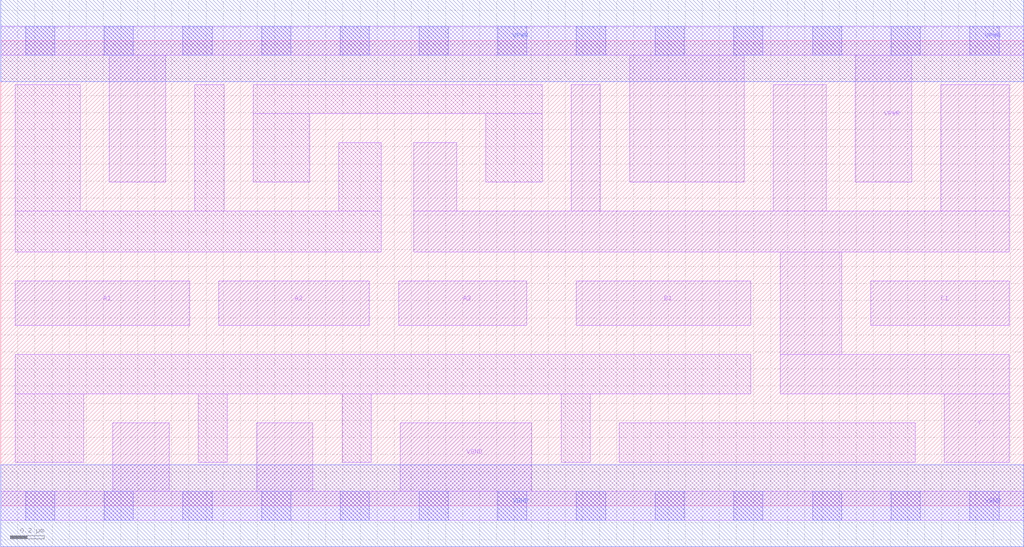
<source format=lef>
# Copyright 2020 The SkyWater PDK Authors
#
# Licensed under the Apache License, Version 2.0 (the "License");
# you may not use this file except in compliance with the License.
# You may obtain a copy of the License at
#
#     https://www.apache.org/licenses/LICENSE-2.0
#
# Unless required by applicable law or agreed to in writing, software
# distributed under the License is distributed on an "AS IS" BASIS,
# WITHOUT WARRANTIES OR CONDITIONS OF ANY KIND, either express or implied.
# See the License for the specific language governing permissions and
# limitations under the License.
#
# SPDX-License-Identifier: Apache-2.0

VERSION 5.7 ;
  NAMESCASESENSITIVE ON ;
  NOWIREEXTENSIONATPIN ON ;
  DIVIDERCHAR "/" ;
  BUSBITCHARS "[]" ;
UNITS
  DATABASE MICRONS 200 ;
END UNITS
MACRO sky130_fd_sc_hd__o311ai_2
  CLASS CORE ;
  SOURCE USER ;
  FOREIGN sky130_fd_sc_hd__o311ai_2 ;
  ORIGIN  0.000000  0.000000 ;
  SIZE  5.980000 BY  2.720000 ;
  SYMMETRY X Y R90 ;
  SITE unithd ;
  PIN A1
    ANTENNAGATEAREA  0.495000 ;
    DIRECTION INPUT ;
    USE SIGNAL ;
    PORT
      LAYER li1 ;
        RECT 0.085000 1.055000 1.105000 1.315000 ;
    END
  END A1
  PIN A2
    ANTENNAGATEAREA  0.495000 ;
    DIRECTION INPUT ;
    USE SIGNAL ;
    PORT
      LAYER li1 ;
        RECT 1.275000 1.055000 2.155000 1.315000 ;
    END
  END A2
  PIN A3
    ANTENNAGATEAREA  0.495000 ;
    DIRECTION INPUT ;
    USE SIGNAL ;
    PORT
      LAYER li1 ;
        RECT 2.325000 1.055000 3.075000 1.315000 ;
    END
  END A3
  PIN B1
    ANTENNAGATEAREA  0.495000 ;
    DIRECTION INPUT ;
    USE SIGNAL ;
    PORT
      LAYER li1 ;
        RECT 3.365000 1.055000 4.385000 1.315000 ;
    END
  END B1
  PIN C1
    ANTENNAGATEAREA  0.495000 ;
    DIRECTION INPUT ;
    USE SIGNAL ;
    PORT
      LAYER li1 ;
        RECT 5.085000 1.055000 5.895000 1.315000 ;
    END
  END C1
  PIN Y
    ANTENNADIFFAREA  1.551000 ;
    DIRECTION OUTPUT ;
    USE SIGNAL ;
    PORT
      LAYER li1 ;
        RECT 2.415000 1.485000 5.895000 1.725000 ;
        RECT 2.415000 1.725000 2.665000 2.125000 ;
        RECT 3.335000 1.725000 3.505000 2.465000 ;
        RECT 4.515000 1.725000 4.825000 2.465000 ;
        RECT 4.555000 0.655000 5.895000 0.885000 ;
        RECT 4.555000 0.885000 4.915000 1.485000 ;
        RECT 5.495000 1.725000 5.895000 2.465000 ;
        RECT 5.515000 0.255000 5.895000 0.655000 ;
    END
  END Y
  PIN VGND
    DIRECTION INOUT ;
    SHAPE ABUTMENT ;
    USE GROUND ;
    PORT
      LAYER li1 ;
        RECT 0.000000 -0.085000 5.980000 0.085000 ;
        RECT 0.655000  0.085000 0.985000 0.485000 ;
        RECT 1.495000  0.085000 1.825000 0.485000 ;
        RECT 2.335000  0.085000 3.105000 0.485000 ;
      LAYER mcon ;
        RECT 0.145000 -0.085000 0.315000 0.085000 ;
        RECT 0.605000 -0.085000 0.775000 0.085000 ;
        RECT 1.065000 -0.085000 1.235000 0.085000 ;
        RECT 1.525000 -0.085000 1.695000 0.085000 ;
        RECT 1.985000 -0.085000 2.155000 0.085000 ;
        RECT 2.445000 -0.085000 2.615000 0.085000 ;
        RECT 2.905000 -0.085000 3.075000 0.085000 ;
        RECT 3.365000 -0.085000 3.535000 0.085000 ;
        RECT 3.825000 -0.085000 3.995000 0.085000 ;
        RECT 4.285000 -0.085000 4.455000 0.085000 ;
        RECT 4.745000 -0.085000 4.915000 0.085000 ;
        RECT 5.205000 -0.085000 5.375000 0.085000 ;
        RECT 5.665000 -0.085000 5.835000 0.085000 ;
      LAYER met1 ;
        RECT 0.000000 -0.240000 5.980000 0.240000 ;
    END
  END VGND
  PIN VPWR
    DIRECTION INOUT ;
    SHAPE ABUTMENT ;
    USE POWER ;
    PORT
      LAYER li1 ;
        RECT 0.000000 2.635000 5.980000 2.805000 ;
        RECT 0.635000 1.895000 0.965000 2.635000 ;
        RECT 3.675000 1.895000 4.345000 2.635000 ;
        RECT 4.995000 1.895000 5.325000 2.635000 ;
      LAYER mcon ;
        RECT 0.145000 2.635000 0.315000 2.805000 ;
        RECT 0.605000 2.635000 0.775000 2.805000 ;
        RECT 1.065000 2.635000 1.235000 2.805000 ;
        RECT 1.525000 2.635000 1.695000 2.805000 ;
        RECT 1.985000 2.635000 2.155000 2.805000 ;
        RECT 2.445000 2.635000 2.615000 2.805000 ;
        RECT 2.905000 2.635000 3.075000 2.805000 ;
        RECT 3.365000 2.635000 3.535000 2.805000 ;
        RECT 3.825000 2.635000 3.995000 2.805000 ;
        RECT 4.285000 2.635000 4.455000 2.805000 ;
        RECT 4.745000 2.635000 4.915000 2.805000 ;
        RECT 5.205000 2.635000 5.375000 2.805000 ;
        RECT 5.665000 2.635000 5.835000 2.805000 ;
      LAYER met1 ;
        RECT 0.000000 2.480000 5.980000 2.960000 ;
    END
  END VPWR
  OBS
    LAYER li1 ;
      RECT 0.085000 0.255000 0.485000 0.655000 ;
      RECT 0.085000 0.655000 4.385000 0.885000 ;
      RECT 0.085000 1.485000 2.225000 1.725000 ;
      RECT 0.085000 1.725000 0.465000 2.465000 ;
      RECT 1.135000 1.725000 1.305000 2.465000 ;
      RECT 1.155000 0.255000 1.325000 0.655000 ;
      RECT 1.475000 1.895000 1.805000 2.295000 ;
      RECT 1.475000 2.295000 3.165000 2.465000 ;
      RECT 1.975000 1.725000 2.225000 2.125000 ;
      RECT 1.995000 0.255000 2.165000 0.655000 ;
      RECT 2.835000 1.895000 3.165000 2.295000 ;
      RECT 3.275000 0.255000 3.445000 0.655000 ;
      RECT 3.615000 0.255000 5.345000 0.485000 ;
  END
END sky130_fd_sc_hd__o311ai_2
END LIBRARY

</source>
